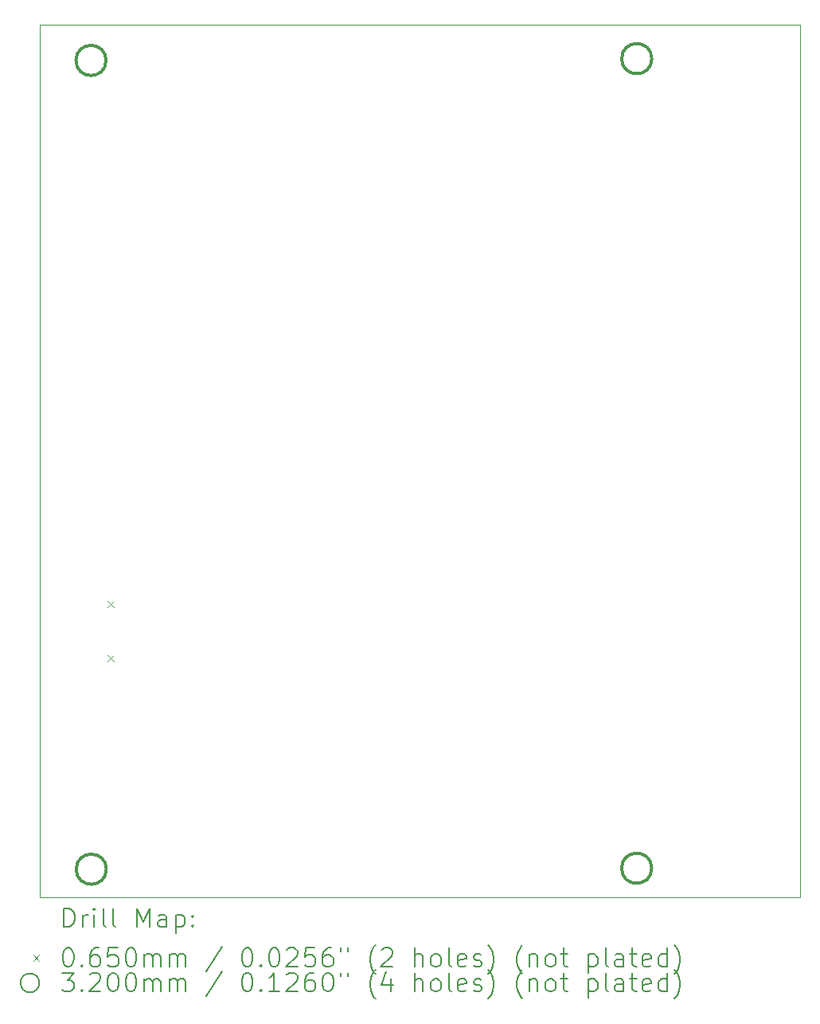
<source format=gbr>
%TF.GenerationSoftware,KiCad,Pcbnew,8.0.2*%
%TF.CreationDate,2024-06-04T14:33:14+05:30*%
%TF.ProjectId,evoborne,65766f62-6f72-46e6-952e-6b696361645f,rev?*%
%TF.SameCoordinates,Original*%
%TF.FileFunction,Drillmap*%
%TF.FilePolarity,Positive*%
%FSLAX45Y45*%
G04 Gerber Fmt 4.5, Leading zero omitted, Abs format (unit mm)*
G04 Created by KiCad (PCBNEW 8.0.2) date 2024-06-04 14:33:14*
%MOMM*%
%LPD*%
G01*
G04 APERTURE LIST*
%ADD10C,0.100000*%
%ADD11C,0.200000*%
%ADD12C,0.320000*%
G04 APERTURE END LIST*
D10*
X4953000Y-6181000D02*
X13040000Y-6181000D01*
X13040000Y-15453800D01*
X4953000Y-15453800D01*
X4953000Y-6181000D01*
D11*
D10*
X5673000Y-12305500D02*
X5738000Y-12370500D01*
X5738000Y-12305500D02*
X5673000Y-12370500D01*
X5673000Y-12883500D02*
X5738000Y-12948500D01*
X5738000Y-12883500D02*
X5673000Y-12948500D01*
D12*
X5658000Y-6562000D02*
G75*
G02*
X5338000Y-6562000I-160000J0D01*
G01*
X5338000Y-6562000D02*
G75*
G02*
X5658000Y-6562000I160000J0D01*
G01*
X5661000Y-15155000D02*
G75*
G02*
X5341000Y-15155000I-160000J0D01*
G01*
X5341000Y-15155000D02*
G75*
G02*
X5661000Y-15155000I160000J0D01*
G01*
X11461000Y-15145000D02*
G75*
G02*
X11141000Y-15145000I-160000J0D01*
G01*
X11141000Y-15145000D02*
G75*
G02*
X11461000Y-15145000I160000J0D01*
G01*
X11462000Y-6543000D02*
G75*
G02*
X11142000Y-6543000I-160000J0D01*
G01*
X11142000Y-6543000D02*
G75*
G02*
X11462000Y-6543000I160000J0D01*
G01*
D11*
X5208777Y-15770284D02*
X5208777Y-15570284D01*
X5208777Y-15570284D02*
X5256396Y-15570284D01*
X5256396Y-15570284D02*
X5284967Y-15579808D01*
X5284967Y-15579808D02*
X5304015Y-15598855D01*
X5304015Y-15598855D02*
X5313539Y-15617903D01*
X5313539Y-15617903D02*
X5323063Y-15655998D01*
X5323063Y-15655998D02*
X5323063Y-15684569D01*
X5323063Y-15684569D02*
X5313539Y-15722665D01*
X5313539Y-15722665D02*
X5304015Y-15741712D01*
X5304015Y-15741712D02*
X5284967Y-15760760D01*
X5284967Y-15760760D02*
X5256396Y-15770284D01*
X5256396Y-15770284D02*
X5208777Y-15770284D01*
X5408777Y-15770284D02*
X5408777Y-15636950D01*
X5408777Y-15675046D02*
X5418301Y-15655998D01*
X5418301Y-15655998D02*
X5427824Y-15646474D01*
X5427824Y-15646474D02*
X5446872Y-15636950D01*
X5446872Y-15636950D02*
X5465920Y-15636950D01*
X5532586Y-15770284D02*
X5532586Y-15636950D01*
X5532586Y-15570284D02*
X5523063Y-15579808D01*
X5523063Y-15579808D02*
X5532586Y-15589331D01*
X5532586Y-15589331D02*
X5542110Y-15579808D01*
X5542110Y-15579808D02*
X5532586Y-15570284D01*
X5532586Y-15570284D02*
X5532586Y-15589331D01*
X5656396Y-15770284D02*
X5637348Y-15760760D01*
X5637348Y-15760760D02*
X5627824Y-15741712D01*
X5627824Y-15741712D02*
X5627824Y-15570284D01*
X5761158Y-15770284D02*
X5742110Y-15760760D01*
X5742110Y-15760760D02*
X5732586Y-15741712D01*
X5732586Y-15741712D02*
X5732586Y-15570284D01*
X5989729Y-15770284D02*
X5989729Y-15570284D01*
X5989729Y-15570284D02*
X6056396Y-15713141D01*
X6056396Y-15713141D02*
X6123062Y-15570284D01*
X6123062Y-15570284D02*
X6123062Y-15770284D01*
X6304015Y-15770284D02*
X6304015Y-15665522D01*
X6304015Y-15665522D02*
X6294491Y-15646474D01*
X6294491Y-15646474D02*
X6275443Y-15636950D01*
X6275443Y-15636950D02*
X6237348Y-15636950D01*
X6237348Y-15636950D02*
X6218301Y-15646474D01*
X6304015Y-15760760D02*
X6284967Y-15770284D01*
X6284967Y-15770284D02*
X6237348Y-15770284D01*
X6237348Y-15770284D02*
X6218301Y-15760760D01*
X6218301Y-15760760D02*
X6208777Y-15741712D01*
X6208777Y-15741712D02*
X6208777Y-15722665D01*
X6208777Y-15722665D02*
X6218301Y-15703617D01*
X6218301Y-15703617D02*
X6237348Y-15694093D01*
X6237348Y-15694093D02*
X6284967Y-15694093D01*
X6284967Y-15694093D02*
X6304015Y-15684569D01*
X6399253Y-15636950D02*
X6399253Y-15836950D01*
X6399253Y-15646474D02*
X6418301Y-15636950D01*
X6418301Y-15636950D02*
X6456396Y-15636950D01*
X6456396Y-15636950D02*
X6475443Y-15646474D01*
X6475443Y-15646474D02*
X6484967Y-15655998D01*
X6484967Y-15655998D02*
X6494491Y-15675046D01*
X6494491Y-15675046D02*
X6494491Y-15732188D01*
X6494491Y-15732188D02*
X6484967Y-15751236D01*
X6484967Y-15751236D02*
X6475443Y-15760760D01*
X6475443Y-15760760D02*
X6456396Y-15770284D01*
X6456396Y-15770284D02*
X6418301Y-15770284D01*
X6418301Y-15770284D02*
X6399253Y-15760760D01*
X6580205Y-15751236D02*
X6589729Y-15760760D01*
X6589729Y-15760760D02*
X6580205Y-15770284D01*
X6580205Y-15770284D02*
X6570682Y-15760760D01*
X6570682Y-15760760D02*
X6580205Y-15751236D01*
X6580205Y-15751236D02*
X6580205Y-15770284D01*
X6580205Y-15646474D02*
X6589729Y-15655998D01*
X6589729Y-15655998D02*
X6580205Y-15665522D01*
X6580205Y-15665522D02*
X6570682Y-15655998D01*
X6570682Y-15655998D02*
X6580205Y-15646474D01*
X6580205Y-15646474D02*
X6580205Y-15665522D01*
D10*
X4883000Y-16066300D02*
X4948000Y-16131300D01*
X4948000Y-16066300D02*
X4883000Y-16131300D01*
D11*
X5246872Y-15990284D02*
X5265920Y-15990284D01*
X5265920Y-15990284D02*
X5284967Y-15999808D01*
X5284967Y-15999808D02*
X5294491Y-16009331D01*
X5294491Y-16009331D02*
X5304015Y-16028379D01*
X5304015Y-16028379D02*
X5313539Y-16066474D01*
X5313539Y-16066474D02*
X5313539Y-16114093D01*
X5313539Y-16114093D02*
X5304015Y-16152188D01*
X5304015Y-16152188D02*
X5294491Y-16171236D01*
X5294491Y-16171236D02*
X5284967Y-16180760D01*
X5284967Y-16180760D02*
X5265920Y-16190284D01*
X5265920Y-16190284D02*
X5246872Y-16190284D01*
X5246872Y-16190284D02*
X5227824Y-16180760D01*
X5227824Y-16180760D02*
X5218301Y-16171236D01*
X5218301Y-16171236D02*
X5208777Y-16152188D01*
X5208777Y-16152188D02*
X5199253Y-16114093D01*
X5199253Y-16114093D02*
X5199253Y-16066474D01*
X5199253Y-16066474D02*
X5208777Y-16028379D01*
X5208777Y-16028379D02*
X5218301Y-16009331D01*
X5218301Y-16009331D02*
X5227824Y-15999808D01*
X5227824Y-15999808D02*
X5246872Y-15990284D01*
X5399253Y-16171236D02*
X5408777Y-16180760D01*
X5408777Y-16180760D02*
X5399253Y-16190284D01*
X5399253Y-16190284D02*
X5389729Y-16180760D01*
X5389729Y-16180760D02*
X5399253Y-16171236D01*
X5399253Y-16171236D02*
X5399253Y-16190284D01*
X5580205Y-15990284D02*
X5542110Y-15990284D01*
X5542110Y-15990284D02*
X5523063Y-15999808D01*
X5523063Y-15999808D02*
X5513539Y-16009331D01*
X5513539Y-16009331D02*
X5494491Y-16037903D01*
X5494491Y-16037903D02*
X5484967Y-16075998D01*
X5484967Y-16075998D02*
X5484967Y-16152188D01*
X5484967Y-16152188D02*
X5494491Y-16171236D01*
X5494491Y-16171236D02*
X5504015Y-16180760D01*
X5504015Y-16180760D02*
X5523063Y-16190284D01*
X5523063Y-16190284D02*
X5561158Y-16190284D01*
X5561158Y-16190284D02*
X5580205Y-16180760D01*
X5580205Y-16180760D02*
X5589729Y-16171236D01*
X5589729Y-16171236D02*
X5599253Y-16152188D01*
X5599253Y-16152188D02*
X5599253Y-16104569D01*
X5599253Y-16104569D02*
X5589729Y-16085522D01*
X5589729Y-16085522D02*
X5580205Y-16075998D01*
X5580205Y-16075998D02*
X5561158Y-16066474D01*
X5561158Y-16066474D02*
X5523063Y-16066474D01*
X5523063Y-16066474D02*
X5504015Y-16075998D01*
X5504015Y-16075998D02*
X5494491Y-16085522D01*
X5494491Y-16085522D02*
X5484967Y-16104569D01*
X5780205Y-15990284D02*
X5684967Y-15990284D01*
X5684967Y-15990284D02*
X5675443Y-16085522D01*
X5675443Y-16085522D02*
X5684967Y-16075998D01*
X5684967Y-16075998D02*
X5704015Y-16066474D01*
X5704015Y-16066474D02*
X5751634Y-16066474D01*
X5751634Y-16066474D02*
X5770682Y-16075998D01*
X5770682Y-16075998D02*
X5780205Y-16085522D01*
X5780205Y-16085522D02*
X5789729Y-16104569D01*
X5789729Y-16104569D02*
X5789729Y-16152188D01*
X5789729Y-16152188D02*
X5780205Y-16171236D01*
X5780205Y-16171236D02*
X5770682Y-16180760D01*
X5770682Y-16180760D02*
X5751634Y-16190284D01*
X5751634Y-16190284D02*
X5704015Y-16190284D01*
X5704015Y-16190284D02*
X5684967Y-16180760D01*
X5684967Y-16180760D02*
X5675443Y-16171236D01*
X5913539Y-15990284D02*
X5932586Y-15990284D01*
X5932586Y-15990284D02*
X5951634Y-15999808D01*
X5951634Y-15999808D02*
X5961158Y-16009331D01*
X5961158Y-16009331D02*
X5970682Y-16028379D01*
X5970682Y-16028379D02*
X5980205Y-16066474D01*
X5980205Y-16066474D02*
X5980205Y-16114093D01*
X5980205Y-16114093D02*
X5970682Y-16152188D01*
X5970682Y-16152188D02*
X5961158Y-16171236D01*
X5961158Y-16171236D02*
X5951634Y-16180760D01*
X5951634Y-16180760D02*
X5932586Y-16190284D01*
X5932586Y-16190284D02*
X5913539Y-16190284D01*
X5913539Y-16190284D02*
X5894491Y-16180760D01*
X5894491Y-16180760D02*
X5884967Y-16171236D01*
X5884967Y-16171236D02*
X5875443Y-16152188D01*
X5875443Y-16152188D02*
X5865920Y-16114093D01*
X5865920Y-16114093D02*
X5865920Y-16066474D01*
X5865920Y-16066474D02*
X5875443Y-16028379D01*
X5875443Y-16028379D02*
X5884967Y-16009331D01*
X5884967Y-16009331D02*
X5894491Y-15999808D01*
X5894491Y-15999808D02*
X5913539Y-15990284D01*
X6065920Y-16190284D02*
X6065920Y-16056950D01*
X6065920Y-16075998D02*
X6075443Y-16066474D01*
X6075443Y-16066474D02*
X6094491Y-16056950D01*
X6094491Y-16056950D02*
X6123063Y-16056950D01*
X6123063Y-16056950D02*
X6142110Y-16066474D01*
X6142110Y-16066474D02*
X6151634Y-16085522D01*
X6151634Y-16085522D02*
X6151634Y-16190284D01*
X6151634Y-16085522D02*
X6161158Y-16066474D01*
X6161158Y-16066474D02*
X6180205Y-16056950D01*
X6180205Y-16056950D02*
X6208777Y-16056950D01*
X6208777Y-16056950D02*
X6227824Y-16066474D01*
X6227824Y-16066474D02*
X6237348Y-16085522D01*
X6237348Y-16085522D02*
X6237348Y-16190284D01*
X6332586Y-16190284D02*
X6332586Y-16056950D01*
X6332586Y-16075998D02*
X6342110Y-16066474D01*
X6342110Y-16066474D02*
X6361158Y-16056950D01*
X6361158Y-16056950D02*
X6389729Y-16056950D01*
X6389729Y-16056950D02*
X6408777Y-16066474D01*
X6408777Y-16066474D02*
X6418301Y-16085522D01*
X6418301Y-16085522D02*
X6418301Y-16190284D01*
X6418301Y-16085522D02*
X6427824Y-16066474D01*
X6427824Y-16066474D02*
X6446872Y-16056950D01*
X6446872Y-16056950D02*
X6475443Y-16056950D01*
X6475443Y-16056950D02*
X6494491Y-16066474D01*
X6494491Y-16066474D02*
X6504015Y-16085522D01*
X6504015Y-16085522D02*
X6504015Y-16190284D01*
X6894491Y-15980760D02*
X6723063Y-16237903D01*
X7151634Y-15990284D02*
X7170682Y-15990284D01*
X7170682Y-15990284D02*
X7189729Y-15999808D01*
X7189729Y-15999808D02*
X7199253Y-16009331D01*
X7199253Y-16009331D02*
X7208777Y-16028379D01*
X7208777Y-16028379D02*
X7218301Y-16066474D01*
X7218301Y-16066474D02*
X7218301Y-16114093D01*
X7218301Y-16114093D02*
X7208777Y-16152188D01*
X7208777Y-16152188D02*
X7199253Y-16171236D01*
X7199253Y-16171236D02*
X7189729Y-16180760D01*
X7189729Y-16180760D02*
X7170682Y-16190284D01*
X7170682Y-16190284D02*
X7151634Y-16190284D01*
X7151634Y-16190284D02*
X7132586Y-16180760D01*
X7132586Y-16180760D02*
X7123063Y-16171236D01*
X7123063Y-16171236D02*
X7113539Y-16152188D01*
X7113539Y-16152188D02*
X7104015Y-16114093D01*
X7104015Y-16114093D02*
X7104015Y-16066474D01*
X7104015Y-16066474D02*
X7113539Y-16028379D01*
X7113539Y-16028379D02*
X7123063Y-16009331D01*
X7123063Y-16009331D02*
X7132586Y-15999808D01*
X7132586Y-15999808D02*
X7151634Y-15990284D01*
X7304015Y-16171236D02*
X7313539Y-16180760D01*
X7313539Y-16180760D02*
X7304015Y-16190284D01*
X7304015Y-16190284D02*
X7294491Y-16180760D01*
X7294491Y-16180760D02*
X7304015Y-16171236D01*
X7304015Y-16171236D02*
X7304015Y-16190284D01*
X7437348Y-15990284D02*
X7456396Y-15990284D01*
X7456396Y-15990284D02*
X7475444Y-15999808D01*
X7475444Y-15999808D02*
X7484967Y-16009331D01*
X7484967Y-16009331D02*
X7494491Y-16028379D01*
X7494491Y-16028379D02*
X7504015Y-16066474D01*
X7504015Y-16066474D02*
X7504015Y-16114093D01*
X7504015Y-16114093D02*
X7494491Y-16152188D01*
X7494491Y-16152188D02*
X7484967Y-16171236D01*
X7484967Y-16171236D02*
X7475444Y-16180760D01*
X7475444Y-16180760D02*
X7456396Y-16190284D01*
X7456396Y-16190284D02*
X7437348Y-16190284D01*
X7437348Y-16190284D02*
X7418301Y-16180760D01*
X7418301Y-16180760D02*
X7408777Y-16171236D01*
X7408777Y-16171236D02*
X7399253Y-16152188D01*
X7399253Y-16152188D02*
X7389729Y-16114093D01*
X7389729Y-16114093D02*
X7389729Y-16066474D01*
X7389729Y-16066474D02*
X7399253Y-16028379D01*
X7399253Y-16028379D02*
X7408777Y-16009331D01*
X7408777Y-16009331D02*
X7418301Y-15999808D01*
X7418301Y-15999808D02*
X7437348Y-15990284D01*
X7580206Y-16009331D02*
X7589729Y-15999808D01*
X7589729Y-15999808D02*
X7608777Y-15990284D01*
X7608777Y-15990284D02*
X7656396Y-15990284D01*
X7656396Y-15990284D02*
X7675444Y-15999808D01*
X7675444Y-15999808D02*
X7684967Y-16009331D01*
X7684967Y-16009331D02*
X7694491Y-16028379D01*
X7694491Y-16028379D02*
X7694491Y-16047427D01*
X7694491Y-16047427D02*
X7684967Y-16075998D01*
X7684967Y-16075998D02*
X7570682Y-16190284D01*
X7570682Y-16190284D02*
X7694491Y-16190284D01*
X7875444Y-15990284D02*
X7780206Y-15990284D01*
X7780206Y-15990284D02*
X7770682Y-16085522D01*
X7770682Y-16085522D02*
X7780206Y-16075998D01*
X7780206Y-16075998D02*
X7799253Y-16066474D01*
X7799253Y-16066474D02*
X7846872Y-16066474D01*
X7846872Y-16066474D02*
X7865920Y-16075998D01*
X7865920Y-16075998D02*
X7875444Y-16085522D01*
X7875444Y-16085522D02*
X7884967Y-16104569D01*
X7884967Y-16104569D02*
X7884967Y-16152188D01*
X7884967Y-16152188D02*
X7875444Y-16171236D01*
X7875444Y-16171236D02*
X7865920Y-16180760D01*
X7865920Y-16180760D02*
X7846872Y-16190284D01*
X7846872Y-16190284D02*
X7799253Y-16190284D01*
X7799253Y-16190284D02*
X7780206Y-16180760D01*
X7780206Y-16180760D02*
X7770682Y-16171236D01*
X8056396Y-15990284D02*
X8018301Y-15990284D01*
X8018301Y-15990284D02*
X7999253Y-15999808D01*
X7999253Y-15999808D02*
X7989729Y-16009331D01*
X7989729Y-16009331D02*
X7970682Y-16037903D01*
X7970682Y-16037903D02*
X7961158Y-16075998D01*
X7961158Y-16075998D02*
X7961158Y-16152188D01*
X7961158Y-16152188D02*
X7970682Y-16171236D01*
X7970682Y-16171236D02*
X7980206Y-16180760D01*
X7980206Y-16180760D02*
X7999253Y-16190284D01*
X7999253Y-16190284D02*
X8037348Y-16190284D01*
X8037348Y-16190284D02*
X8056396Y-16180760D01*
X8056396Y-16180760D02*
X8065920Y-16171236D01*
X8065920Y-16171236D02*
X8075444Y-16152188D01*
X8075444Y-16152188D02*
X8075444Y-16104569D01*
X8075444Y-16104569D02*
X8065920Y-16085522D01*
X8065920Y-16085522D02*
X8056396Y-16075998D01*
X8056396Y-16075998D02*
X8037348Y-16066474D01*
X8037348Y-16066474D02*
X7999253Y-16066474D01*
X7999253Y-16066474D02*
X7980206Y-16075998D01*
X7980206Y-16075998D02*
X7970682Y-16085522D01*
X7970682Y-16085522D02*
X7961158Y-16104569D01*
X8151634Y-15990284D02*
X8151634Y-16028379D01*
X8227825Y-15990284D02*
X8227825Y-16028379D01*
X8523063Y-16266474D02*
X8513539Y-16256950D01*
X8513539Y-16256950D02*
X8494491Y-16228379D01*
X8494491Y-16228379D02*
X8484968Y-16209331D01*
X8484968Y-16209331D02*
X8475444Y-16180760D01*
X8475444Y-16180760D02*
X8465920Y-16133141D01*
X8465920Y-16133141D02*
X8465920Y-16095046D01*
X8465920Y-16095046D02*
X8475444Y-16047427D01*
X8475444Y-16047427D02*
X8484968Y-16018855D01*
X8484968Y-16018855D02*
X8494491Y-15999808D01*
X8494491Y-15999808D02*
X8513539Y-15971236D01*
X8513539Y-15971236D02*
X8523063Y-15961712D01*
X8589730Y-16009331D02*
X8599253Y-15999808D01*
X8599253Y-15999808D02*
X8618301Y-15990284D01*
X8618301Y-15990284D02*
X8665920Y-15990284D01*
X8665920Y-15990284D02*
X8684968Y-15999808D01*
X8684968Y-15999808D02*
X8694491Y-16009331D01*
X8694491Y-16009331D02*
X8704015Y-16028379D01*
X8704015Y-16028379D02*
X8704015Y-16047427D01*
X8704015Y-16047427D02*
X8694491Y-16075998D01*
X8694491Y-16075998D02*
X8580206Y-16190284D01*
X8580206Y-16190284D02*
X8704015Y-16190284D01*
X8942111Y-16190284D02*
X8942111Y-15990284D01*
X9027825Y-16190284D02*
X9027825Y-16085522D01*
X9027825Y-16085522D02*
X9018301Y-16066474D01*
X9018301Y-16066474D02*
X8999253Y-16056950D01*
X8999253Y-16056950D02*
X8970682Y-16056950D01*
X8970682Y-16056950D02*
X8951634Y-16066474D01*
X8951634Y-16066474D02*
X8942111Y-16075998D01*
X9151634Y-16190284D02*
X9132587Y-16180760D01*
X9132587Y-16180760D02*
X9123063Y-16171236D01*
X9123063Y-16171236D02*
X9113539Y-16152188D01*
X9113539Y-16152188D02*
X9113539Y-16095046D01*
X9113539Y-16095046D02*
X9123063Y-16075998D01*
X9123063Y-16075998D02*
X9132587Y-16066474D01*
X9132587Y-16066474D02*
X9151634Y-16056950D01*
X9151634Y-16056950D02*
X9180206Y-16056950D01*
X9180206Y-16056950D02*
X9199253Y-16066474D01*
X9199253Y-16066474D02*
X9208777Y-16075998D01*
X9208777Y-16075998D02*
X9218301Y-16095046D01*
X9218301Y-16095046D02*
X9218301Y-16152188D01*
X9218301Y-16152188D02*
X9208777Y-16171236D01*
X9208777Y-16171236D02*
X9199253Y-16180760D01*
X9199253Y-16180760D02*
X9180206Y-16190284D01*
X9180206Y-16190284D02*
X9151634Y-16190284D01*
X9332587Y-16190284D02*
X9313539Y-16180760D01*
X9313539Y-16180760D02*
X9304015Y-16161712D01*
X9304015Y-16161712D02*
X9304015Y-15990284D01*
X9484968Y-16180760D02*
X9465920Y-16190284D01*
X9465920Y-16190284D02*
X9427825Y-16190284D01*
X9427825Y-16190284D02*
X9408777Y-16180760D01*
X9408777Y-16180760D02*
X9399253Y-16161712D01*
X9399253Y-16161712D02*
X9399253Y-16085522D01*
X9399253Y-16085522D02*
X9408777Y-16066474D01*
X9408777Y-16066474D02*
X9427825Y-16056950D01*
X9427825Y-16056950D02*
X9465920Y-16056950D01*
X9465920Y-16056950D02*
X9484968Y-16066474D01*
X9484968Y-16066474D02*
X9494492Y-16085522D01*
X9494492Y-16085522D02*
X9494492Y-16104569D01*
X9494492Y-16104569D02*
X9399253Y-16123617D01*
X9570682Y-16180760D02*
X9589730Y-16190284D01*
X9589730Y-16190284D02*
X9627825Y-16190284D01*
X9627825Y-16190284D02*
X9646873Y-16180760D01*
X9646873Y-16180760D02*
X9656396Y-16161712D01*
X9656396Y-16161712D02*
X9656396Y-16152188D01*
X9656396Y-16152188D02*
X9646873Y-16133141D01*
X9646873Y-16133141D02*
X9627825Y-16123617D01*
X9627825Y-16123617D02*
X9599253Y-16123617D01*
X9599253Y-16123617D02*
X9580206Y-16114093D01*
X9580206Y-16114093D02*
X9570682Y-16095046D01*
X9570682Y-16095046D02*
X9570682Y-16085522D01*
X9570682Y-16085522D02*
X9580206Y-16066474D01*
X9580206Y-16066474D02*
X9599253Y-16056950D01*
X9599253Y-16056950D02*
X9627825Y-16056950D01*
X9627825Y-16056950D02*
X9646873Y-16066474D01*
X9723063Y-16266474D02*
X9732587Y-16256950D01*
X9732587Y-16256950D02*
X9751634Y-16228379D01*
X9751634Y-16228379D02*
X9761158Y-16209331D01*
X9761158Y-16209331D02*
X9770682Y-16180760D01*
X9770682Y-16180760D02*
X9780206Y-16133141D01*
X9780206Y-16133141D02*
X9780206Y-16095046D01*
X9780206Y-16095046D02*
X9770682Y-16047427D01*
X9770682Y-16047427D02*
X9761158Y-16018855D01*
X9761158Y-16018855D02*
X9751634Y-15999808D01*
X9751634Y-15999808D02*
X9732587Y-15971236D01*
X9732587Y-15971236D02*
X9723063Y-15961712D01*
X10084968Y-16266474D02*
X10075444Y-16256950D01*
X10075444Y-16256950D02*
X10056396Y-16228379D01*
X10056396Y-16228379D02*
X10046873Y-16209331D01*
X10046873Y-16209331D02*
X10037349Y-16180760D01*
X10037349Y-16180760D02*
X10027825Y-16133141D01*
X10027825Y-16133141D02*
X10027825Y-16095046D01*
X10027825Y-16095046D02*
X10037349Y-16047427D01*
X10037349Y-16047427D02*
X10046873Y-16018855D01*
X10046873Y-16018855D02*
X10056396Y-15999808D01*
X10056396Y-15999808D02*
X10075444Y-15971236D01*
X10075444Y-15971236D02*
X10084968Y-15961712D01*
X10161158Y-16056950D02*
X10161158Y-16190284D01*
X10161158Y-16075998D02*
X10170682Y-16066474D01*
X10170682Y-16066474D02*
X10189730Y-16056950D01*
X10189730Y-16056950D02*
X10218301Y-16056950D01*
X10218301Y-16056950D02*
X10237349Y-16066474D01*
X10237349Y-16066474D02*
X10246873Y-16085522D01*
X10246873Y-16085522D02*
X10246873Y-16190284D01*
X10370682Y-16190284D02*
X10351634Y-16180760D01*
X10351634Y-16180760D02*
X10342111Y-16171236D01*
X10342111Y-16171236D02*
X10332587Y-16152188D01*
X10332587Y-16152188D02*
X10332587Y-16095046D01*
X10332587Y-16095046D02*
X10342111Y-16075998D01*
X10342111Y-16075998D02*
X10351634Y-16066474D01*
X10351634Y-16066474D02*
X10370682Y-16056950D01*
X10370682Y-16056950D02*
X10399254Y-16056950D01*
X10399254Y-16056950D02*
X10418301Y-16066474D01*
X10418301Y-16066474D02*
X10427825Y-16075998D01*
X10427825Y-16075998D02*
X10437349Y-16095046D01*
X10437349Y-16095046D02*
X10437349Y-16152188D01*
X10437349Y-16152188D02*
X10427825Y-16171236D01*
X10427825Y-16171236D02*
X10418301Y-16180760D01*
X10418301Y-16180760D02*
X10399254Y-16190284D01*
X10399254Y-16190284D02*
X10370682Y-16190284D01*
X10494492Y-16056950D02*
X10570682Y-16056950D01*
X10523063Y-15990284D02*
X10523063Y-16161712D01*
X10523063Y-16161712D02*
X10532587Y-16180760D01*
X10532587Y-16180760D02*
X10551634Y-16190284D01*
X10551634Y-16190284D02*
X10570682Y-16190284D01*
X10789730Y-16056950D02*
X10789730Y-16256950D01*
X10789730Y-16066474D02*
X10808777Y-16056950D01*
X10808777Y-16056950D02*
X10846873Y-16056950D01*
X10846873Y-16056950D02*
X10865920Y-16066474D01*
X10865920Y-16066474D02*
X10875444Y-16075998D01*
X10875444Y-16075998D02*
X10884968Y-16095046D01*
X10884968Y-16095046D02*
X10884968Y-16152188D01*
X10884968Y-16152188D02*
X10875444Y-16171236D01*
X10875444Y-16171236D02*
X10865920Y-16180760D01*
X10865920Y-16180760D02*
X10846873Y-16190284D01*
X10846873Y-16190284D02*
X10808777Y-16190284D01*
X10808777Y-16190284D02*
X10789730Y-16180760D01*
X10999254Y-16190284D02*
X10980206Y-16180760D01*
X10980206Y-16180760D02*
X10970682Y-16161712D01*
X10970682Y-16161712D02*
X10970682Y-15990284D01*
X11161158Y-16190284D02*
X11161158Y-16085522D01*
X11161158Y-16085522D02*
X11151635Y-16066474D01*
X11151635Y-16066474D02*
X11132587Y-16056950D01*
X11132587Y-16056950D02*
X11094492Y-16056950D01*
X11094492Y-16056950D02*
X11075444Y-16066474D01*
X11161158Y-16180760D02*
X11142111Y-16190284D01*
X11142111Y-16190284D02*
X11094492Y-16190284D01*
X11094492Y-16190284D02*
X11075444Y-16180760D01*
X11075444Y-16180760D02*
X11065920Y-16161712D01*
X11065920Y-16161712D02*
X11065920Y-16142665D01*
X11065920Y-16142665D02*
X11075444Y-16123617D01*
X11075444Y-16123617D02*
X11094492Y-16114093D01*
X11094492Y-16114093D02*
X11142111Y-16114093D01*
X11142111Y-16114093D02*
X11161158Y-16104569D01*
X11227825Y-16056950D02*
X11304015Y-16056950D01*
X11256396Y-15990284D02*
X11256396Y-16161712D01*
X11256396Y-16161712D02*
X11265920Y-16180760D01*
X11265920Y-16180760D02*
X11284968Y-16190284D01*
X11284968Y-16190284D02*
X11304015Y-16190284D01*
X11446873Y-16180760D02*
X11427825Y-16190284D01*
X11427825Y-16190284D02*
X11389730Y-16190284D01*
X11389730Y-16190284D02*
X11370682Y-16180760D01*
X11370682Y-16180760D02*
X11361158Y-16161712D01*
X11361158Y-16161712D02*
X11361158Y-16085522D01*
X11361158Y-16085522D02*
X11370682Y-16066474D01*
X11370682Y-16066474D02*
X11389730Y-16056950D01*
X11389730Y-16056950D02*
X11427825Y-16056950D01*
X11427825Y-16056950D02*
X11446873Y-16066474D01*
X11446873Y-16066474D02*
X11456396Y-16085522D01*
X11456396Y-16085522D02*
X11456396Y-16104569D01*
X11456396Y-16104569D02*
X11361158Y-16123617D01*
X11627825Y-16190284D02*
X11627825Y-15990284D01*
X11627825Y-16180760D02*
X11608777Y-16190284D01*
X11608777Y-16190284D02*
X11570682Y-16190284D01*
X11570682Y-16190284D02*
X11551634Y-16180760D01*
X11551634Y-16180760D02*
X11542111Y-16171236D01*
X11542111Y-16171236D02*
X11532587Y-16152188D01*
X11532587Y-16152188D02*
X11532587Y-16095046D01*
X11532587Y-16095046D02*
X11542111Y-16075998D01*
X11542111Y-16075998D02*
X11551634Y-16066474D01*
X11551634Y-16066474D02*
X11570682Y-16056950D01*
X11570682Y-16056950D02*
X11608777Y-16056950D01*
X11608777Y-16056950D02*
X11627825Y-16066474D01*
X11704015Y-16266474D02*
X11713539Y-16256950D01*
X11713539Y-16256950D02*
X11732587Y-16228379D01*
X11732587Y-16228379D02*
X11742111Y-16209331D01*
X11742111Y-16209331D02*
X11751634Y-16180760D01*
X11751634Y-16180760D02*
X11761158Y-16133141D01*
X11761158Y-16133141D02*
X11761158Y-16095046D01*
X11761158Y-16095046D02*
X11751634Y-16047427D01*
X11751634Y-16047427D02*
X11742111Y-16018855D01*
X11742111Y-16018855D02*
X11732587Y-15999808D01*
X11732587Y-15999808D02*
X11713539Y-15971236D01*
X11713539Y-15971236D02*
X11704015Y-15961712D01*
X4948000Y-16362800D02*
G75*
G02*
X4748000Y-16362800I-100000J0D01*
G01*
X4748000Y-16362800D02*
G75*
G02*
X4948000Y-16362800I100000J0D01*
G01*
X5189729Y-16254284D02*
X5313539Y-16254284D01*
X5313539Y-16254284D02*
X5246872Y-16330474D01*
X5246872Y-16330474D02*
X5275444Y-16330474D01*
X5275444Y-16330474D02*
X5294491Y-16339998D01*
X5294491Y-16339998D02*
X5304015Y-16349522D01*
X5304015Y-16349522D02*
X5313539Y-16368569D01*
X5313539Y-16368569D02*
X5313539Y-16416188D01*
X5313539Y-16416188D02*
X5304015Y-16435236D01*
X5304015Y-16435236D02*
X5294491Y-16444760D01*
X5294491Y-16444760D02*
X5275444Y-16454284D01*
X5275444Y-16454284D02*
X5218301Y-16454284D01*
X5218301Y-16454284D02*
X5199253Y-16444760D01*
X5199253Y-16444760D02*
X5189729Y-16435236D01*
X5399253Y-16435236D02*
X5408777Y-16444760D01*
X5408777Y-16444760D02*
X5399253Y-16454284D01*
X5399253Y-16454284D02*
X5389729Y-16444760D01*
X5389729Y-16444760D02*
X5399253Y-16435236D01*
X5399253Y-16435236D02*
X5399253Y-16454284D01*
X5484967Y-16273331D02*
X5494491Y-16263808D01*
X5494491Y-16263808D02*
X5513539Y-16254284D01*
X5513539Y-16254284D02*
X5561158Y-16254284D01*
X5561158Y-16254284D02*
X5580205Y-16263808D01*
X5580205Y-16263808D02*
X5589729Y-16273331D01*
X5589729Y-16273331D02*
X5599253Y-16292379D01*
X5599253Y-16292379D02*
X5599253Y-16311427D01*
X5599253Y-16311427D02*
X5589729Y-16339998D01*
X5589729Y-16339998D02*
X5475444Y-16454284D01*
X5475444Y-16454284D02*
X5599253Y-16454284D01*
X5723062Y-16254284D02*
X5742110Y-16254284D01*
X5742110Y-16254284D02*
X5761158Y-16263808D01*
X5761158Y-16263808D02*
X5770682Y-16273331D01*
X5770682Y-16273331D02*
X5780205Y-16292379D01*
X5780205Y-16292379D02*
X5789729Y-16330474D01*
X5789729Y-16330474D02*
X5789729Y-16378093D01*
X5789729Y-16378093D02*
X5780205Y-16416188D01*
X5780205Y-16416188D02*
X5770682Y-16435236D01*
X5770682Y-16435236D02*
X5761158Y-16444760D01*
X5761158Y-16444760D02*
X5742110Y-16454284D01*
X5742110Y-16454284D02*
X5723062Y-16454284D01*
X5723062Y-16454284D02*
X5704015Y-16444760D01*
X5704015Y-16444760D02*
X5694491Y-16435236D01*
X5694491Y-16435236D02*
X5684967Y-16416188D01*
X5684967Y-16416188D02*
X5675443Y-16378093D01*
X5675443Y-16378093D02*
X5675443Y-16330474D01*
X5675443Y-16330474D02*
X5684967Y-16292379D01*
X5684967Y-16292379D02*
X5694491Y-16273331D01*
X5694491Y-16273331D02*
X5704015Y-16263808D01*
X5704015Y-16263808D02*
X5723062Y-16254284D01*
X5913539Y-16254284D02*
X5932586Y-16254284D01*
X5932586Y-16254284D02*
X5951634Y-16263808D01*
X5951634Y-16263808D02*
X5961158Y-16273331D01*
X5961158Y-16273331D02*
X5970682Y-16292379D01*
X5970682Y-16292379D02*
X5980205Y-16330474D01*
X5980205Y-16330474D02*
X5980205Y-16378093D01*
X5980205Y-16378093D02*
X5970682Y-16416188D01*
X5970682Y-16416188D02*
X5961158Y-16435236D01*
X5961158Y-16435236D02*
X5951634Y-16444760D01*
X5951634Y-16444760D02*
X5932586Y-16454284D01*
X5932586Y-16454284D02*
X5913539Y-16454284D01*
X5913539Y-16454284D02*
X5894491Y-16444760D01*
X5894491Y-16444760D02*
X5884967Y-16435236D01*
X5884967Y-16435236D02*
X5875443Y-16416188D01*
X5875443Y-16416188D02*
X5865920Y-16378093D01*
X5865920Y-16378093D02*
X5865920Y-16330474D01*
X5865920Y-16330474D02*
X5875443Y-16292379D01*
X5875443Y-16292379D02*
X5884967Y-16273331D01*
X5884967Y-16273331D02*
X5894491Y-16263808D01*
X5894491Y-16263808D02*
X5913539Y-16254284D01*
X6065920Y-16454284D02*
X6065920Y-16320950D01*
X6065920Y-16339998D02*
X6075443Y-16330474D01*
X6075443Y-16330474D02*
X6094491Y-16320950D01*
X6094491Y-16320950D02*
X6123063Y-16320950D01*
X6123063Y-16320950D02*
X6142110Y-16330474D01*
X6142110Y-16330474D02*
X6151634Y-16349522D01*
X6151634Y-16349522D02*
X6151634Y-16454284D01*
X6151634Y-16349522D02*
X6161158Y-16330474D01*
X6161158Y-16330474D02*
X6180205Y-16320950D01*
X6180205Y-16320950D02*
X6208777Y-16320950D01*
X6208777Y-16320950D02*
X6227824Y-16330474D01*
X6227824Y-16330474D02*
X6237348Y-16349522D01*
X6237348Y-16349522D02*
X6237348Y-16454284D01*
X6332586Y-16454284D02*
X6332586Y-16320950D01*
X6332586Y-16339998D02*
X6342110Y-16330474D01*
X6342110Y-16330474D02*
X6361158Y-16320950D01*
X6361158Y-16320950D02*
X6389729Y-16320950D01*
X6389729Y-16320950D02*
X6408777Y-16330474D01*
X6408777Y-16330474D02*
X6418301Y-16349522D01*
X6418301Y-16349522D02*
X6418301Y-16454284D01*
X6418301Y-16349522D02*
X6427824Y-16330474D01*
X6427824Y-16330474D02*
X6446872Y-16320950D01*
X6446872Y-16320950D02*
X6475443Y-16320950D01*
X6475443Y-16320950D02*
X6494491Y-16330474D01*
X6494491Y-16330474D02*
X6504015Y-16349522D01*
X6504015Y-16349522D02*
X6504015Y-16454284D01*
X6894491Y-16244760D02*
X6723063Y-16501903D01*
X7151634Y-16254284D02*
X7170682Y-16254284D01*
X7170682Y-16254284D02*
X7189729Y-16263808D01*
X7189729Y-16263808D02*
X7199253Y-16273331D01*
X7199253Y-16273331D02*
X7208777Y-16292379D01*
X7208777Y-16292379D02*
X7218301Y-16330474D01*
X7218301Y-16330474D02*
X7218301Y-16378093D01*
X7218301Y-16378093D02*
X7208777Y-16416188D01*
X7208777Y-16416188D02*
X7199253Y-16435236D01*
X7199253Y-16435236D02*
X7189729Y-16444760D01*
X7189729Y-16444760D02*
X7170682Y-16454284D01*
X7170682Y-16454284D02*
X7151634Y-16454284D01*
X7151634Y-16454284D02*
X7132586Y-16444760D01*
X7132586Y-16444760D02*
X7123063Y-16435236D01*
X7123063Y-16435236D02*
X7113539Y-16416188D01*
X7113539Y-16416188D02*
X7104015Y-16378093D01*
X7104015Y-16378093D02*
X7104015Y-16330474D01*
X7104015Y-16330474D02*
X7113539Y-16292379D01*
X7113539Y-16292379D02*
X7123063Y-16273331D01*
X7123063Y-16273331D02*
X7132586Y-16263808D01*
X7132586Y-16263808D02*
X7151634Y-16254284D01*
X7304015Y-16435236D02*
X7313539Y-16444760D01*
X7313539Y-16444760D02*
X7304015Y-16454284D01*
X7304015Y-16454284D02*
X7294491Y-16444760D01*
X7294491Y-16444760D02*
X7304015Y-16435236D01*
X7304015Y-16435236D02*
X7304015Y-16454284D01*
X7504015Y-16454284D02*
X7389729Y-16454284D01*
X7446872Y-16454284D02*
X7446872Y-16254284D01*
X7446872Y-16254284D02*
X7427825Y-16282855D01*
X7427825Y-16282855D02*
X7408777Y-16301903D01*
X7408777Y-16301903D02*
X7389729Y-16311427D01*
X7580206Y-16273331D02*
X7589729Y-16263808D01*
X7589729Y-16263808D02*
X7608777Y-16254284D01*
X7608777Y-16254284D02*
X7656396Y-16254284D01*
X7656396Y-16254284D02*
X7675444Y-16263808D01*
X7675444Y-16263808D02*
X7684967Y-16273331D01*
X7684967Y-16273331D02*
X7694491Y-16292379D01*
X7694491Y-16292379D02*
X7694491Y-16311427D01*
X7694491Y-16311427D02*
X7684967Y-16339998D01*
X7684967Y-16339998D02*
X7570682Y-16454284D01*
X7570682Y-16454284D02*
X7694491Y-16454284D01*
X7865920Y-16254284D02*
X7827825Y-16254284D01*
X7827825Y-16254284D02*
X7808777Y-16263808D01*
X7808777Y-16263808D02*
X7799253Y-16273331D01*
X7799253Y-16273331D02*
X7780206Y-16301903D01*
X7780206Y-16301903D02*
X7770682Y-16339998D01*
X7770682Y-16339998D02*
X7770682Y-16416188D01*
X7770682Y-16416188D02*
X7780206Y-16435236D01*
X7780206Y-16435236D02*
X7789729Y-16444760D01*
X7789729Y-16444760D02*
X7808777Y-16454284D01*
X7808777Y-16454284D02*
X7846872Y-16454284D01*
X7846872Y-16454284D02*
X7865920Y-16444760D01*
X7865920Y-16444760D02*
X7875444Y-16435236D01*
X7875444Y-16435236D02*
X7884967Y-16416188D01*
X7884967Y-16416188D02*
X7884967Y-16368569D01*
X7884967Y-16368569D02*
X7875444Y-16349522D01*
X7875444Y-16349522D02*
X7865920Y-16339998D01*
X7865920Y-16339998D02*
X7846872Y-16330474D01*
X7846872Y-16330474D02*
X7808777Y-16330474D01*
X7808777Y-16330474D02*
X7789729Y-16339998D01*
X7789729Y-16339998D02*
X7780206Y-16349522D01*
X7780206Y-16349522D02*
X7770682Y-16368569D01*
X8008777Y-16254284D02*
X8027825Y-16254284D01*
X8027825Y-16254284D02*
X8046872Y-16263808D01*
X8046872Y-16263808D02*
X8056396Y-16273331D01*
X8056396Y-16273331D02*
X8065920Y-16292379D01*
X8065920Y-16292379D02*
X8075444Y-16330474D01*
X8075444Y-16330474D02*
X8075444Y-16378093D01*
X8075444Y-16378093D02*
X8065920Y-16416188D01*
X8065920Y-16416188D02*
X8056396Y-16435236D01*
X8056396Y-16435236D02*
X8046872Y-16444760D01*
X8046872Y-16444760D02*
X8027825Y-16454284D01*
X8027825Y-16454284D02*
X8008777Y-16454284D01*
X8008777Y-16454284D02*
X7989729Y-16444760D01*
X7989729Y-16444760D02*
X7980206Y-16435236D01*
X7980206Y-16435236D02*
X7970682Y-16416188D01*
X7970682Y-16416188D02*
X7961158Y-16378093D01*
X7961158Y-16378093D02*
X7961158Y-16330474D01*
X7961158Y-16330474D02*
X7970682Y-16292379D01*
X7970682Y-16292379D02*
X7980206Y-16273331D01*
X7980206Y-16273331D02*
X7989729Y-16263808D01*
X7989729Y-16263808D02*
X8008777Y-16254284D01*
X8151634Y-16254284D02*
X8151634Y-16292379D01*
X8227825Y-16254284D02*
X8227825Y-16292379D01*
X8523063Y-16530474D02*
X8513539Y-16520950D01*
X8513539Y-16520950D02*
X8494491Y-16492379D01*
X8494491Y-16492379D02*
X8484968Y-16473331D01*
X8484968Y-16473331D02*
X8475444Y-16444760D01*
X8475444Y-16444760D02*
X8465920Y-16397141D01*
X8465920Y-16397141D02*
X8465920Y-16359046D01*
X8465920Y-16359046D02*
X8475444Y-16311427D01*
X8475444Y-16311427D02*
X8484968Y-16282855D01*
X8484968Y-16282855D02*
X8494491Y-16263808D01*
X8494491Y-16263808D02*
X8513539Y-16235236D01*
X8513539Y-16235236D02*
X8523063Y-16225712D01*
X8684968Y-16320950D02*
X8684968Y-16454284D01*
X8637349Y-16244760D02*
X8589730Y-16387617D01*
X8589730Y-16387617D02*
X8713539Y-16387617D01*
X8942111Y-16454284D02*
X8942111Y-16254284D01*
X9027825Y-16454284D02*
X9027825Y-16349522D01*
X9027825Y-16349522D02*
X9018301Y-16330474D01*
X9018301Y-16330474D02*
X8999253Y-16320950D01*
X8999253Y-16320950D02*
X8970682Y-16320950D01*
X8970682Y-16320950D02*
X8951634Y-16330474D01*
X8951634Y-16330474D02*
X8942111Y-16339998D01*
X9151634Y-16454284D02*
X9132587Y-16444760D01*
X9132587Y-16444760D02*
X9123063Y-16435236D01*
X9123063Y-16435236D02*
X9113539Y-16416188D01*
X9113539Y-16416188D02*
X9113539Y-16359046D01*
X9113539Y-16359046D02*
X9123063Y-16339998D01*
X9123063Y-16339998D02*
X9132587Y-16330474D01*
X9132587Y-16330474D02*
X9151634Y-16320950D01*
X9151634Y-16320950D02*
X9180206Y-16320950D01*
X9180206Y-16320950D02*
X9199253Y-16330474D01*
X9199253Y-16330474D02*
X9208777Y-16339998D01*
X9208777Y-16339998D02*
X9218301Y-16359046D01*
X9218301Y-16359046D02*
X9218301Y-16416188D01*
X9218301Y-16416188D02*
X9208777Y-16435236D01*
X9208777Y-16435236D02*
X9199253Y-16444760D01*
X9199253Y-16444760D02*
X9180206Y-16454284D01*
X9180206Y-16454284D02*
X9151634Y-16454284D01*
X9332587Y-16454284D02*
X9313539Y-16444760D01*
X9313539Y-16444760D02*
X9304015Y-16425712D01*
X9304015Y-16425712D02*
X9304015Y-16254284D01*
X9484968Y-16444760D02*
X9465920Y-16454284D01*
X9465920Y-16454284D02*
X9427825Y-16454284D01*
X9427825Y-16454284D02*
X9408777Y-16444760D01*
X9408777Y-16444760D02*
X9399253Y-16425712D01*
X9399253Y-16425712D02*
X9399253Y-16349522D01*
X9399253Y-16349522D02*
X9408777Y-16330474D01*
X9408777Y-16330474D02*
X9427825Y-16320950D01*
X9427825Y-16320950D02*
X9465920Y-16320950D01*
X9465920Y-16320950D02*
X9484968Y-16330474D01*
X9484968Y-16330474D02*
X9494492Y-16349522D01*
X9494492Y-16349522D02*
X9494492Y-16368569D01*
X9494492Y-16368569D02*
X9399253Y-16387617D01*
X9570682Y-16444760D02*
X9589730Y-16454284D01*
X9589730Y-16454284D02*
X9627825Y-16454284D01*
X9627825Y-16454284D02*
X9646873Y-16444760D01*
X9646873Y-16444760D02*
X9656396Y-16425712D01*
X9656396Y-16425712D02*
X9656396Y-16416188D01*
X9656396Y-16416188D02*
X9646873Y-16397141D01*
X9646873Y-16397141D02*
X9627825Y-16387617D01*
X9627825Y-16387617D02*
X9599253Y-16387617D01*
X9599253Y-16387617D02*
X9580206Y-16378093D01*
X9580206Y-16378093D02*
X9570682Y-16359046D01*
X9570682Y-16359046D02*
X9570682Y-16349522D01*
X9570682Y-16349522D02*
X9580206Y-16330474D01*
X9580206Y-16330474D02*
X9599253Y-16320950D01*
X9599253Y-16320950D02*
X9627825Y-16320950D01*
X9627825Y-16320950D02*
X9646873Y-16330474D01*
X9723063Y-16530474D02*
X9732587Y-16520950D01*
X9732587Y-16520950D02*
X9751634Y-16492379D01*
X9751634Y-16492379D02*
X9761158Y-16473331D01*
X9761158Y-16473331D02*
X9770682Y-16444760D01*
X9770682Y-16444760D02*
X9780206Y-16397141D01*
X9780206Y-16397141D02*
X9780206Y-16359046D01*
X9780206Y-16359046D02*
X9770682Y-16311427D01*
X9770682Y-16311427D02*
X9761158Y-16282855D01*
X9761158Y-16282855D02*
X9751634Y-16263808D01*
X9751634Y-16263808D02*
X9732587Y-16235236D01*
X9732587Y-16235236D02*
X9723063Y-16225712D01*
X10084968Y-16530474D02*
X10075444Y-16520950D01*
X10075444Y-16520950D02*
X10056396Y-16492379D01*
X10056396Y-16492379D02*
X10046873Y-16473331D01*
X10046873Y-16473331D02*
X10037349Y-16444760D01*
X10037349Y-16444760D02*
X10027825Y-16397141D01*
X10027825Y-16397141D02*
X10027825Y-16359046D01*
X10027825Y-16359046D02*
X10037349Y-16311427D01*
X10037349Y-16311427D02*
X10046873Y-16282855D01*
X10046873Y-16282855D02*
X10056396Y-16263808D01*
X10056396Y-16263808D02*
X10075444Y-16235236D01*
X10075444Y-16235236D02*
X10084968Y-16225712D01*
X10161158Y-16320950D02*
X10161158Y-16454284D01*
X10161158Y-16339998D02*
X10170682Y-16330474D01*
X10170682Y-16330474D02*
X10189730Y-16320950D01*
X10189730Y-16320950D02*
X10218301Y-16320950D01*
X10218301Y-16320950D02*
X10237349Y-16330474D01*
X10237349Y-16330474D02*
X10246873Y-16349522D01*
X10246873Y-16349522D02*
X10246873Y-16454284D01*
X10370682Y-16454284D02*
X10351634Y-16444760D01*
X10351634Y-16444760D02*
X10342111Y-16435236D01*
X10342111Y-16435236D02*
X10332587Y-16416188D01*
X10332587Y-16416188D02*
X10332587Y-16359046D01*
X10332587Y-16359046D02*
X10342111Y-16339998D01*
X10342111Y-16339998D02*
X10351634Y-16330474D01*
X10351634Y-16330474D02*
X10370682Y-16320950D01*
X10370682Y-16320950D02*
X10399254Y-16320950D01*
X10399254Y-16320950D02*
X10418301Y-16330474D01*
X10418301Y-16330474D02*
X10427825Y-16339998D01*
X10427825Y-16339998D02*
X10437349Y-16359046D01*
X10437349Y-16359046D02*
X10437349Y-16416188D01*
X10437349Y-16416188D02*
X10427825Y-16435236D01*
X10427825Y-16435236D02*
X10418301Y-16444760D01*
X10418301Y-16444760D02*
X10399254Y-16454284D01*
X10399254Y-16454284D02*
X10370682Y-16454284D01*
X10494492Y-16320950D02*
X10570682Y-16320950D01*
X10523063Y-16254284D02*
X10523063Y-16425712D01*
X10523063Y-16425712D02*
X10532587Y-16444760D01*
X10532587Y-16444760D02*
X10551634Y-16454284D01*
X10551634Y-16454284D02*
X10570682Y-16454284D01*
X10789730Y-16320950D02*
X10789730Y-16520950D01*
X10789730Y-16330474D02*
X10808777Y-16320950D01*
X10808777Y-16320950D02*
X10846873Y-16320950D01*
X10846873Y-16320950D02*
X10865920Y-16330474D01*
X10865920Y-16330474D02*
X10875444Y-16339998D01*
X10875444Y-16339998D02*
X10884968Y-16359046D01*
X10884968Y-16359046D02*
X10884968Y-16416188D01*
X10884968Y-16416188D02*
X10875444Y-16435236D01*
X10875444Y-16435236D02*
X10865920Y-16444760D01*
X10865920Y-16444760D02*
X10846873Y-16454284D01*
X10846873Y-16454284D02*
X10808777Y-16454284D01*
X10808777Y-16454284D02*
X10789730Y-16444760D01*
X10999254Y-16454284D02*
X10980206Y-16444760D01*
X10980206Y-16444760D02*
X10970682Y-16425712D01*
X10970682Y-16425712D02*
X10970682Y-16254284D01*
X11161158Y-16454284D02*
X11161158Y-16349522D01*
X11161158Y-16349522D02*
X11151635Y-16330474D01*
X11151635Y-16330474D02*
X11132587Y-16320950D01*
X11132587Y-16320950D02*
X11094492Y-16320950D01*
X11094492Y-16320950D02*
X11075444Y-16330474D01*
X11161158Y-16444760D02*
X11142111Y-16454284D01*
X11142111Y-16454284D02*
X11094492Y-16454284D01*
X11094492Y-16454284D02*
X11075444Y-16444760D01*
X11075444Y-16444760D02*
X11065920Y-16425712D01*
X11065920Y-16425712D02*
X11065920Y-16406665D01*
X11065920Y-16406665D02*
X11075444Y-16387617D01*
X11075444Y-16387617D02*
X11094492Y-16378093D01*
X11094492Y-16378093D02*
X11142111Y-16378093D01*
X11142111Y-16378093D02*
X11161158Y-16368569D01*
X11227825Y-16320950D02*
X11304015Y-16320950D01*
X11256396Y-16254284D02*
X11256396Y-16425712D01*
X11256396Y-16425712D02*
X11265920Y-16444760D01*
X11265920Y-16444760D02*
X11284968Y-16454284D01*
X11284968Y-16454284D02*
X11304015Y-16454284D01*
X11446873Y-16444760D02*
X11427825Y-16454284D01*
X11427825Y-16454284D02*
X11389730Y-16454284D01*
X11389730Y-16454284D02*
X11370682Y-16444760D01*
X11370682Y-16444760D02*
X11361158Y-16425712D01*
X11361158Y-16425712D02*
X11361158Y-16349522D01*
X11361158Y-16349522D02*
X11370682Y-16330474D01*
X11370682Y-16330474D02*
X11389730Y-16320950D01*
X11389730Y-16320950D02*
X11427825Y-16320950D01*
X11427825Y-16320950D02*
X11446873Y-16330474D01*
X11446873Y-16330474D02*
X11456396Y-16349522D01*
X11456396Y-16349522D02*
X11456396Y-16368569D01*
X11456396Y-16368569D02*
X11361158Y-16387617D01*
X11627825Y-16454284D02*
X11627825Y-16254284D01*
X11627825Y-16444760D02*
X11608777Y-16454284D01*
X11608777Y-16454284D02*
X11570682Y-16454284D01*
X11570682Y-16454284D02*
X11551634Y-16444760D01*
X11551634Y-16444760D02*
X11542111Y-16435236D01*
X11542111Y-16435236D02*
X11532587Y-16416188D01*
X11532587Y-16416188D02*
X11532587Y-16359046D01*
X11532587Y-16359046D02*
X11542111Y-16339998D01*
X11542111Y-16339998D02*
X11551634Y-16330474D01*
X11551634Y-16330474D02*
X11570682Y-16320950D01*
X11570682Y-16320950D02*
X11608777Y-16320950D01*
X11608777Y-16320950D02*
X11627825Y-16330474D01*
X11704015Y-16530474D02*
X11713539Y-16520950D01*
X11713539Y-16520950D02*
X11732587Y-16492379D01*
X11732587Y-16492379D02*
X11742111Y-16473331D01*
X11742111Y-16473331D02*
X11751634Y-16444760D01*
X11751634Y-16444760D02*
X11761158Y-16397141D01*
X11761158Y-16397141D02*
X11761158Y-16359046D01*
X11761158Y-16359046D02*
X11751634Y-16311427D01*
X11751634Y-16311427D02*
X11742111Y-16282855D01*
X11742111Y-16282855D02*
X11732587Y-16263808D01*
X11732587Y-16263808D02*
X11713539Y-16235236D01*
X11713539Y-16235236D02*
X11704015Y-16225712D01*
M02*

</source>
